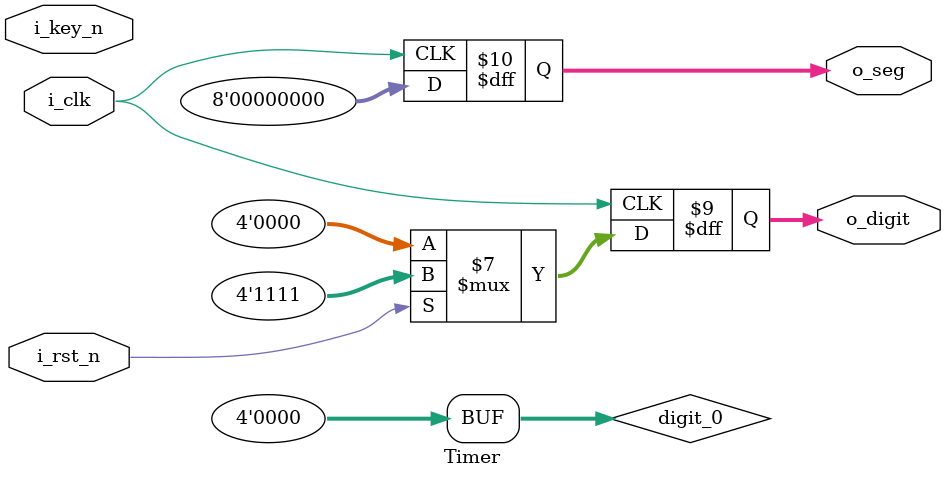
<source format=sv>
module Timer #(parameter CLK_VALUE = 50_000_000,
	parameter COUNT_DIGIT = 4,
	parameter SEG_NUM = 8
 )(
	input logic i_clk,
	input logic i_rst_n,
	input logic i_key_n,
	output wire [COUNT_DIGIT - 1 : 0] o_digit,
	output wire [SEG_NUM - 1 : 0] o_seg
);

	reg [3 : 0] digit_0 = 0;

always_ff @(posedge i_clk) begin
	if (!i_rst_n) begin
		o_digit <= 4'h0;
		o_seg <= 8'h0;
	end else begin 
		o_digit <= 4'hf;
		o_seg <= 8'h0;
	end
end

endmodule
</source>
